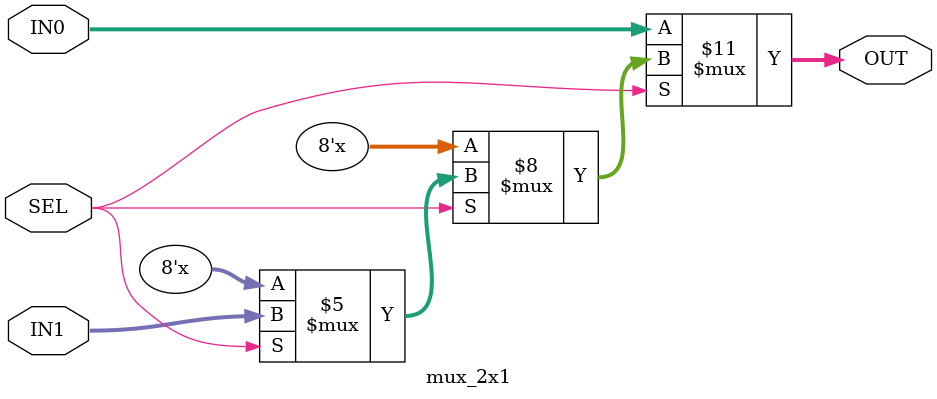
<source format=v>
/* CO224 Lab - 06 Part 3*/
/* Author : Adikari A.M.I.N. */
/* Reg no. : E/16/012 */
/* module for 2x1 Multiplexer */

`timescale 1ns/100ps

module mux_2x1(IN0, IN1, SEL, OUT);

input [7:0] IN0,IN1; /* 8 bit input ports */
input SEL;          /* 1 bit select port */
output reg [7:0] OUT;  /* 8 bit output port */

/* Executes in change of inputs or selection signals */
always @ (IN0, IN1, SEL)
	begin
		if(SEL == 1'b0)begin
			OUT = IN0;     /* Forward value in IN0 port */
		end else if(SEL == 1'b1) begin
			OUT = IN1;     /* Forward value in IN1 port */
		end
	end

endmodule
</source>
